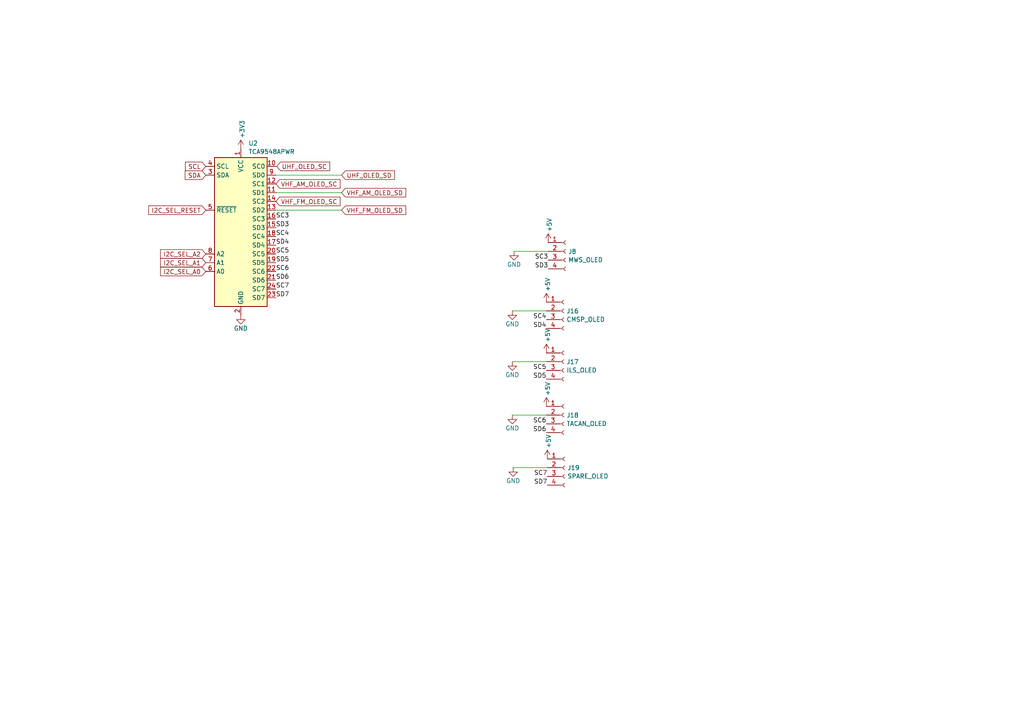
<source format=kicad_sch>
(kicad_sch (version 20231120) (generator "eeschema") (generator_version "8.0")
  (paper "A4")
  (title_block (date "2024-08-06"))
  (lib_symbols
    (symbol "Connector:Conn_01x04_Socket" (pin_names (offset 1.016) hide)
      (property "Reference" "J" (at 0 5.08 0))
      (property "Value" "Conn_01x04_Socket" (at 0 -7.62 0))
      (symbol "Conn_01x04_Socket_1_1"
        (arc (start 0 -4.572) (mid -0.5058 -5.08) (end 0 -5.588) (stroke (width 0.1524)))
        (arc (start 0 -2.032) (mid -0.5058 -2.54) (end 0 -3.048) (stroke (width 0.1524)))
        (polyline (pts (xy -1.27 -5.08) (xy -0.508 -5.08)) (stroke (width 0.1524)))
        (polyline (pts (xy -1.27 -2.54) (xy -0.508 -2.54)) (stroke (width 0.1524)))
        (polyline (pts (xy -1.27 0) (xy -0.508 0)) (stroke (width 0.1524)))
        (polyline (pts (xy -1.27 2.54) (xy -0.508 2.54)) (stroke (width 0.1524)))
        (arc (start 0 0.508) (mid -0.5058 0) (end 0 -0.508) (stroke (width 0.1524)))
        (arc (start 0 3.048) (mid -0.5058 2.54) (end 0 2.032) (stroke (width 0.1524)))
        (pin passive line (at -5.08 2.54 0) (length 3.81) (name "Pin_1") (number "1"))
        (pin passive line (at -5.08 0 0) (length 3.81) (name "Pin_2") (number "2"))
        (pin passive line (at -5.08 -2.54 0) (length 3.81) (name "Pin_3") (number "3"))
        (pin passive line (at -5.08 -5.08 0) (length 3.81) (name "Pin_4") (number "4"))
      )
    )
    (symbol "Interface_Expansion:TCA9548APWR"
      (property "Reference" "U4" (at 2.1941 24.4643 0))
      (property "Value" "TCA9548APWR" (at 2.1941 22.0401 0))
      (symbol "TCA9548APWR_0_1"
        (rectangle (start -7.62 20.32) (end 7.62 -22.86) (stroke (width 0.254)) (fill (type background)))
      )
      (symbol "TCA9548APWR_1_1"
        (pin power_in line (at 0 22.86 270) (length 2.54) (name "VCC") (number "1"))
        (pin output line (at 10.16 17.78 180) (length 2.54) (name "SC0") (number "10"))
        (pin bidirectional line (at 10.16 10.16 180) (length 2.54) (name "SD1") (number "11"))
        (pin output line (at 10.16 12.7 180) (length 2.54) (name "SC1") (number "12"))
        (pin bidirectional line (at 10.16 5.08 180) (length 2.54) (name "SD2") (number "13"))
        (pin output line (at 10.16 7.62 180) (length 2.54) (name "SC2") (number "14"))
        (pin bidirectional line (at 10.16 0 180) (length 2.54) (name "SD3") (number "15"))
        (pin output line (at 10.16 2.54 180) (length 2.54) (name "SC3") (number "16"))
        (pin bidirectional line (at 10.16 -5.08 180) (length 2.54) (name "SD4") (number "17"))
        (pin output line (at 10.16 -2.54 180) (length 2.54) (name "SC4") (number "18"))
        (pin bidirectional line (at 10.16 -10.16 180) (length 2.54) (name "SD5") (number "19"))
        (pin power_in line (at 0 -25.4 90) (length 2.54) (name "GND") (number "2"))
        (pin output line (at 10.16 -7.62 180) (length 2.54) (name "SC5") (number "20"))
        (pin bidirectional line (at 10.16 -15.24 180) (length 2.54) (name "SD6") (number "21"))
        (pin output line (at 10.16 -12.7 180) (length 2.54) (name "SC6") (number "22"))
        (pin bidirectional line (at 10.16 -20.32 180) (length 2.54) (name "SD7") (number "23"))
        (pin output line (at 10.16 -17.78 180) (length 2.54) (name "SC7") (number "24"))
        (pin bidirectional line (at -10.16 15.24 0) (length 2.54) (name "SDA") (number "3"))
        (pin input line (at -10.16 17.78 0) (length 2.54) (name "SCL") (number "4"))
        (pin input line (at -10.16 5.08 0) (length 2.54) (name "~{RESET}") (number "5"))
        (pin input line (at -10.16 -12.7 0) (length 2.54) (name "A0") (number "6"))
        (pin input line (at -10.16 -10.16 0) (length 2.54) (name "A1") (number "7"))
        (pin input line (at -10.16 -7.62 0) (length 2.54) (name "A2") (number "8"))
        (pin bidirectional line (at 10.16 15.24 180) (length 2.54) (name "SD0") (number "9"))
      )
    )
    (symbol "power:+3V3" (power) (pin_names (offset 0))
      (property "Value" "+3V3" (at 0 3.556 0))
      (symbol "+3V3_0_1"
        (polyline (pts (xy -0.762 1.27) (xy 0 2.54)))
        (polyline (pts (xy 0 0) (xy 0 2.54)))
        (polyline (pts (xy 0 2.54) (xy 0.762 1.27)))
      )
      (symbol "+3V3_1_1"
        (pin power_in line (at 0 0 90) (length 0) hide (name "+3V3") (number "1"))
      )
    )
    (symbol "power:+5V" (power) (pin_names (offset 0))
      (property "Value" "+5V" (at 0 3.556 0))
      (symbol "+5V_0_1"
        (polyline (pts (xy -0.762 1.27) (xy 0 2.54)))
        (polyline (pts (xy 0 0) (xy 0 2.54)))
        (polyline (pts (xy 0 2.54) (xy 0.762 1.27)))
      )
      (symbol "+5V_1_1"
        (pin power_in line (at 0 0 90) (length 0) hide (name "+5V") (number "1"))
      )
    )
    (symbol "power:GND" (power) (pin_names (offset 0))
      (property "Value" "GND" (at 0 -3.81 0))
      (symbol "GND_0_1"
        (polyline (pts (xy 0 0) (xy 0 -1.27) (xy 1.27 -1.27) (xy 0 -2.54) (xy -1.27 -1.27) (xy 0 -1.27)))
      )
      (symbol "GND_1_1"
        (pin power_in line (at 0 0 270) (length 0) hide (name "GND") (number "1"))
      )
    )
  )
  (wire (pts (xy 80.01 50.8) (xy 99.06 50.8)))
  (wire (pts (xy 148.844 135.636) (xy 158.75 135.636)))
  (wire (pts (xy 80.01 60.96) (xy 99.06 60.96)))
  (wire (pts (xy 148.59 104.902) (xy 158.496 104.902)))
  (wire (pts (xy 149.098 72.898) (xy 159.004 72.898)))
  (wire (pts (xy 80.264 48.26) (xy 80.01 48.26)))
  (wire (pts (xy 148.59 120.396) (xy 158.496 120.396)))
  (wire (pts (xy 80.01 55.88) (xy 99.06 55.88)))
  (wire (pts (xy 148.59 90.17) (xy 158.496 90.17)))
  (label "SC3" (at 80.01 63.5 0))
  (label "SD4" (at 80.01 71.12 0))
  (label "SD7" (at 158.75 140.716 180))
  (label "SD3" (at 80.01 66.04 0))
  (label "SC3" (at 159.004 75.438 180))
  (label "SD3" (at 159.004 77.978 180))
  (label "SC5" (at 158.496 107.442 180))
  (label "SC5" (at 80.01 73.66 0))
  (label "SC6" (at 80.01 78.74 0))
  (label "SD5" (at 80.01 76.2 0))
  (label "SD4" (at 158.496 95.25 180))
  (label "SD5" (at 158.496 109.982 180))
  (label "SC7" (at 158.75 138.176 180))
  (label "SD6" (at 80.01 81.28 0))
  (label "SD7" (at 80.01 86.36 0))
  (label "SD6" (at 158.496 125.476 180))
  (label "SC4" (at 80.01 68.58 0))
  (label "SC7" (at 80.01 83.82 0))
  (label "SC6" (at 158.496 122.936 180))
  (label "SC4" (at 158.496 92.71 180))
  (global_label "I2C_SEL_A1" (shape input) (at 59.69 76.2 180) (property "Intersheetrefs" "${INTERSHEET_REFS}" (effects (hide yes))))
  (global_label "VHF_AM_OLED_SD" (shape input) (at 99.06 55.88 0) (property "Intersheetrefs" "${INTERSHEET_REFS}" (effects (hide yes))))
  (global_label "I2C_SEL_A0" (shape input) (at 59.69 78.74 180) (property "Intersheetrefs" "${INTERSHEET_REFS}" (effects (hide yes))))
  (global_label "SCL" (shape input) (at 59.69 48.26 180) (property "Intersheetrefs" "${INTERSHEET_REFS}" (effects (hide yes))))
  (global_label "I2C_SEL_A2" (shape input) (at 59.69 73.66 180) (property "Intersheetrefs" "${INTERSHEET_REFS}" (effects (hide yes))))
  (global_label "SDA" (shape input) (at 59.69 50.8 180) (property "Intersheetrefs" "${INTERSHEET_REFS}" (effects (hide yes))))
  (global_label "UHF_OLED_SC" (shape input) (at 80.264 48.26 0) (property "Intersheetrefs" "${INTERSHEET_REFS}" (effects (hide yes))))
  (global_label "UHF_OLED_SD" (shape input) (at 99.06 50.8 0) (property "Intersheetrefs" "${INTERSHEET_REFS}" (effects (hide yes))))
  (global_label "VHF_AM_OLED_SC" (shape input) (at 80.01 53.34 0) (property "Intersheetrefs" "${INTERSHEET_REFS}" (effects (hide yes))))
  (global_label "I2C_SEL_RESET" (shape input) (at 59.69 60.96 180) (property "Intersheetrefs" "${INTERSHEET_REFS}" (effects (hide yes))))
  (global_label "VHF_FM_OLED_SD" (shape input) (at 99.06 60.96 0) (property "Intersheetrefs" "${INTERSHEET_REFS}" (effects (hide yes))))
  (global_label "VHF_FM_OLED_SC" (shape input) (at 80.01 58.42 0) (property "Intersheetrefs" "${INTERSHEET_REFS}" (effects (hide yes))))
  (symbol (lib_id "power:GND") (at 148.59 104.902 0) (unit 1)
    (property "Reference" "#PWR052" (effects (hide yes)))
    (property "Value" "GND" (at 148.59 108.712 0))
  )
  (symbol (lib_id "Connector:Conn_01x04_Socket") (at 164.084 72.898 0) (unit 1)
    (property "Reference" "J8" (at 164.7952 72.9558 0) (effects (justify left)))
    (property "Value" "MWS_OLED" (at 164.7952 75.3801 0) (effects (justify left)))
    (property "Footprint" "Connector_PinSocket_2.54mm:PinSocket_1x04_P2.54mm_Vertical" (effects (hide yes)))
  )
  (symbol (lib_id "power:+5V") (at 158.496 102.362 0) (unit 1)
    (property "Reference" "#PWR058" (effects (hide yes)))
    (property "Value" "+5V" (at 158.8516 99.314 90) (effects (justify left)))
  )
  (symbol (lib_id "Connector:Conn_01x04_Socket") (at 163.83 135.636 0) (unit 1)
    (property "Reference" "J19" (at 164.5412 135.6938 0) (effects (justify left)))
    (property "Value" "SPARE_OLED" (at 164.5412 138.1181 0) (effects (justify left)))
    (property "Footprint" "Connector_PinSocket_2.54mm:PinSocket_1x04_P2.54mm_Vertical" (effects (hide yes)))
  )
  (symbol (lib_id "power:+3V3") (at 69.85 43.18 0) (unit 1)
    (property "Reference" "#PWR031" (effects (hide yes)))
    (property "Value" "+3V3" (at 70.231 40.132 90) (effects (justify left)))
  )
  (symbol (lib_id "power:GND") (at 148.59 120.396 0) (unit 1)
    (property "Reference" "#PWR053" (effects (hide yes)))
    (property "Value" "GND" (at 148.59 124.206 0))
  )
  (symbol (lib_id "Interface_Expansion:TCA9548APWR") (at 69.85 66.04 0) (unit 1)
    (property "Reference" "U2" (at 72.0441 41.5757 0) (effects (justify left)))
    (property "Value" "TCA9548APWR" (at 72.0441 43.9999 0) (effects (justify left)))
    (property "Footprint" "Footprint Library:DIP-24_TCA9548A" (effects (hide yes)))
    (property "Datasheet" "http://www.ti.com/lit/ds/symlink/tca9548a.pdf" (effects (hide yes)))
  )
  (symbol (lib_id "power:+5V") (at 159.004 70.358 0) (unit 1)
    (property "Reference" "#PWR037" (effects (hide yes)))
    (property "Value" "+5V" (at 159.3596 67.31 90) (effects (justify left)))
  )
  (symbol (lib_id "power:GND") (at 149.098 72.898 0) (unit 1)
    (property "Reference" "#PWR035" (effects (hide yes)))
    (property "Value" "GND" (at 149.098 76.708 0))
  )
  (symbol (lib_id "power:GND") (at 148.844 135.636 0) (unit 1)
    (property "Reference" "#PWR054" (effects (hide yes)))
    (property "Value" "GND" (at 148.844 139.446 0))
  )
  (symbol (lib_id "power:+5V") (at 158.75 133.096 0) (unit 1)
    (property "Reference" "#PWR060" (effects (hide yes)))
    (property "Value" "+5V" (at 159.1056 130.048 90) (effects (justify left)))
  )
  (symbol (lib_id "power:+5V") (at 158.496 87.63 0) (unit 1)
    (property "Reference" "#PWR057" (effects (hide yes)))
    (property "Value" "+5V" (at 158.8516 84.582 90) (effects (justify left)))
  )
  (symbol (lib_id "power:+5V") (at 158.496 117.856 0) (unit 1)
    (property "Reference" "#PWR059" (effects (hide yes)))
    (property "Value" "+5V" (at 158.8516 114.808 90) (effects (justify left)))
  )
  (symbol (lib_id "power:GND") (at 69.85 91.44 0) (unit 1)
    (property "Reference" "#PWR032" (effects (hide yes)))
    (property "Value" "GND" (at 69.85 95.25 0))
  )
  (symbol (lib_id "power:GND") (at 148.59 90.17 0) (unit 1)
    (property "Reference" "#PWR051" (effects (hide yes)))
    (property "Value" "GND" (at 148.59 93.98 0))
  )
  (symbol (lib_id "Connector:Conn_01x04_Socket") (at 163.576 120.396 0) (unit 1)
    (property "Reference" "J18" (at 164.2872 120.4539 0) (effects (justify left)))
    (property "Value" "TACAN_OLED" (at 164.2872 122.8781 0) (effects (justify left)))
    (property "Footprint" "Connector_PinSocket_2.54mm:PinSocket_1x04_P2.54mm_Vertical" (effects (hide yes)))
  )
  (symbol (lib_id "Connector:Conn_01x04_Socket") (at 163.576 90.17 0) (unit 1)
    (property "Reference" "J16" (at 164.2872 90.2279 0) (effects (justify left)))
    (property "Value" "CMSP_OLED" (at 164.2872 92.6521 0) (effects (justify left)))
    (property "Footprint" "Connector_PinSocket_2.54mm:PinSocket_1x04_P2.54mm_Vertical" (effects (hide yes)))
  )
  (symbol (lib_id "Connector:Conn_01x04_Socket") (at 163.576 104.902 0) (unit 1)
    (property "Reference" "J17" (at 164.2872 104.9599 0) (effects (justify left)))
    (property "Value" "ILS_OLED" (at 164.2872 107.3841 0) (effects (justify left)))
    (property "Footprint" "Connector_PinSocket_2.54mm:PinSocket_1x04_P2.54mm_Vertical" (effects (hide yes)))
  )
)
</source>
